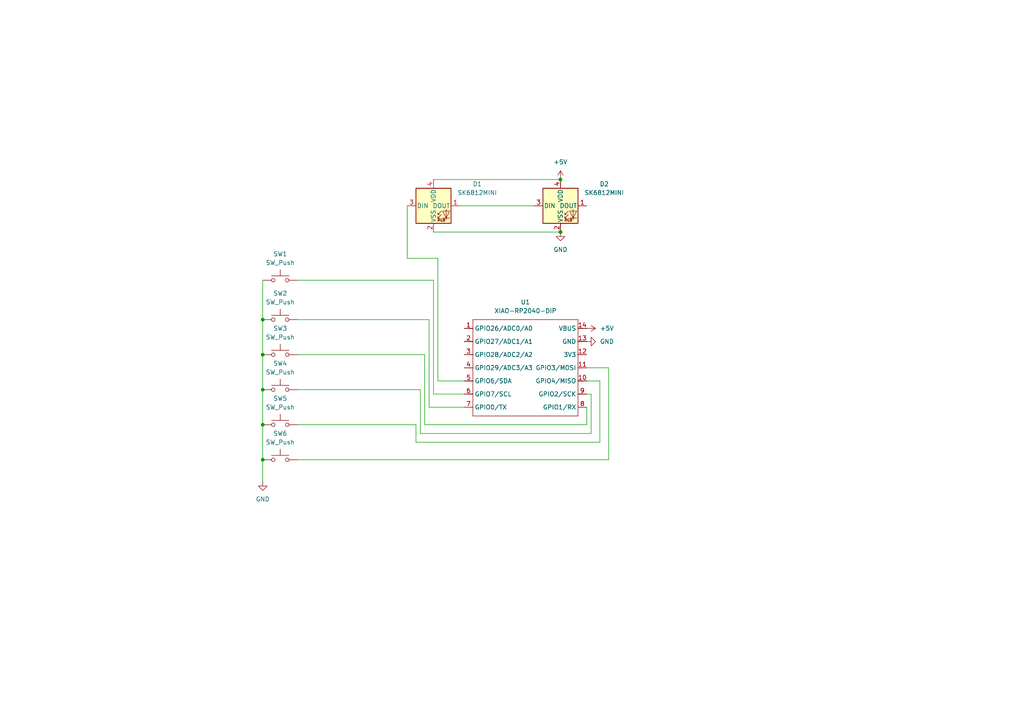
<source format=kicad_sch>
(kicad_sch (version 20231120) (generator "eeschema") (generator_version "8.0")
  (paper "A4")
  (lib_symbols
    (symbol "LED:SK6812MINI" (pin_names (offset 0.254))
      (property "Reference" "D" (at 5.08 5.715 0))
      (property "Value" "SK6812MINI" (at 1.27 -5.715 0))
      (symbol "SK6812MINI_0_0"
        (text "RGB" (at 2.286 -4.191 0) (effects (font (size 0.762 0.762))))
      )
      (symbol "SK6812MINI_0_1"
        (polyline (pts (xy 1.27 -3.556) (xy 1.778 -3.556)))
        (polyline (pts (xy 1.27 -2.54) (xy 1.778 -2.54)))
        (polyline (pts (xy 4.699 -3.556) (xy 2.667 -3.556)))
        (polyline (pts (xy 2.286 -2.54) (xy 1.27 -3.556) (xy 1.27 -3.048)))
        (polyline (pts (xy 2.286 -1.524) (xy 1.27 -2.54) (xy 1.27 -2.032)))
        (polyline (pts (xy 3.683 -1.016) (xy 3.683 -3.556) (xy 3.683 -4.064)))
        (polyline (pts (xy 4.699 -1.524) (xy 2.667 -1.524) (xy 3.683 -3.556) (xy 4.699 -1.524)))
        (rectangle (start 5.08 5.08) (end -5.08 -5.08) (stroke (width 0.254)) (fill (type background)))
      )
      (symbol "SK6812MINI_1_1"
        (pin output line (at 7.62 0 180) (length 2.54) (name "DOUT") (number "1"))
        (pin power_in line (at 0 -7.62 90) (length 2.54) (name "VSS") (number "2"))
        (pin input line (at -7.62 0 0) (length 2.54) (name "DIN") (number "3"))
        (pin power_in line (at 0 7.62 270) (length 2.54) (name "VDD") (number "4"))
      )
    )
    (symbol "OBL:XIAO-RP2040-DIP"
      (property "Reference" "U" (at 0 0 0))
      (property "Value" "XIAO-RP2040-DIP" (at 5.334 -1.778 0))
      (symbol "XIAO-RP2040-DIP_1_0"
        (polyline (pts (xy -1.27 -30.48) (xy -1.27 -16.51)) (stroke (width 0.1524)))
        (polyline (pts (xy -1.27 -27.94) (xy -2.54 -27.94)) (stroke (width 0.1524)))
        (polyline (pts (xy -1.27 -24.13) (xy -2.54 -24.13)) (stroke (width 0.1524)))
        (polyline (pts (xy -1.27 -20.32) (xy -2.54 -20.32)) (stroke (width 0.1524)))
        (polyline (pts (xy -1.27 -16.51) (xy -2.54 -16.51)) (stroke (width 0.1524)))
        (polyline (pts (xy -1.27 -16.51) (xy -1.27 -12.7)) (stroke (width 0.1524)))
        (polyline (pts (xy -1.27 -12.7) (xy -2.54 -12.7)) (stroke (width 0.1524)))
        (polyline (pts (xy -1.27 -12.7) (xy -1.27 -8.89)) (stroke (width 0.1524)))
        (polyline (pts (xy -1.27 -8.89) (xy -2.54 -8.89)) (stroke (width 0.1524)))
        (polyline (pts (xy -1.27 -8.89) (xy -1.27 -5.08)) (stroke (width 0.1524)))
        (polyline (pts (xy -1.27 -5.08) (xy -2.54 -5.08)) (stroke (width 0.1524)))
        (polyline (pts (xy -1.27 -5.08) (xy -1.27 -2.54)) (stroke (width 0.1524)))
        (polyline (pts (xy -1.27 -2.54) (xy 29.21 -2.54)) (stroke (width 0.1524)))
        (polyline (pts (xy 29.21 -30.48) (xy -1.27 -30.48)) (stroke (width 0.1524)))
        (polyline (pts (xy 29.21 -12.7) (xy 29.21 -30.48)) (stroke (width 0.1524)))
        (polyline (pts (xy 29.21 -8.89) (xy 29.21 -12.7)) (stroke (width 0.1524)))
        (polyline (pts (xy 29.21 -5.08) (xy 29.21 -8.89)) (stroke (width 0.1524)))
        (polyline (pts (xy 29.21 -2.54) (xy 29.21 -5.08)) (stroke (width 0.1524)))
        (polyline (pts (xy 30.48 -27.94) (xy 29.21 -27.94)) (stroke (width 0.1524)))
        (polyline (pts (xy 30.48 -24.13) (xy 29.21 -24.13)) (stroke (width 0.1524)))
        (polyline (pts (xy 30.48 -20.32) (xy 29.21 -20.32)) (stroke (width 0.1524)))
        (polyline (pts (xy 30.48 -16.51) (xy 29.21 -16.51)) (stroke (width 0.1524)))
        (polyline (pts (xy 30.48 -12.7) (xy 29.21 -12.7)) (stroke (width 0.1524)))
        (polyline (pts (xy 30.48 -8.89) (xy 29.21 -8.89)) (stroke (width 0.1524)))
        (polyline (pts (xy 30.48 -5.08) (xy 29.21 -5.08)) (stroke (width 0.1524)))
        (pin passive line (at -3.81 -5.08 0) (length 2.54) (name "GPIO26/ADC0/A0") (number "1"))
        (pin passive line (at 31.75 -20.32 180) (length 2.54) (name "GPIO4/MISO") (number "10"))
        (pin passive line (at 31.75 -16.51 180) (length 2.54) (name "GPIO3/MOSI") (number "11"))
        (pin passive line (at 31.75 -12.7 180) (length 2.54) (name "3V3") (number "12"))
        (pin passive line (at 31.75 -8.89 180) (length 2.54) (name "GND") (number "13"))
        (pin passive line (at 31.75 -5.08 180) (length 2.54) (name "VBUS") (number "14"))
        (pin passive line (at -3.81 -8.89 0) (length 2.54) (name "GPIO27/ADC1/A1") (number "2"))
        (pin passive line (at -3.81 -12.7 0) (length 2.54) (name "GPIO28/ADC2/A2") (number "3"))
        (pin passive line (at -3.81 -16.51 0) (length 2.54) (name "GPIO29/ADC3/A3") (number "4"))
        (pin passive line (at -3.81 -20.32 0) (length 2.54) (name "GPIO6/SDA") (number "5"))
        (pin passive line (at -3.81 -24.13 0) (length 2.54) (name "GPIO7/SCL") (number "6"))
        (pin passive line (at -3.81 -27.94 0) (length 2.54) (name "GPIO0/TX") (number "7"))
        (pin passive line (at 31.75 -27.94 180) (length 2.54) (name "GPIO1/RX") (number "8"))
        (pin passive line (at 31.75 -24.13 180) (length 2.54) (name "GPIO2/SCK") (number "9"))
      )
    )
    (symbol "Switch:SW_Push" (pin_numbers hide) (pin_names (offset 1.016) hide)
      (property "Reference" "SW" (at 1.27 2.54 0))
      (property "Value" "SW_Push" (at 0 -1.524 0))
      (symbol "SW_Push_0_1"
        (circle (center -2.032 0) (radius 0.508))
        (polyline (pts (xy 0 1.27) (xy 0 3.048)))
        (polyline (pts (xy 2.54 1.27) (xy -2.54 1.27)))
        (circle (center 2.032 0) (radius 0.508))
        (pin passive line (at -5.08 0 0) (length 2.54) (name "1") (number "1"))
        (pin passive line (at 5.08 0 180) (length 2.54) (name "2") (number "2"))
      )
    )
    (symbol "power:+5V" (power) (pin_numbers hide) (pin_names (offset 0) hide)
      (property "Value" "+5V" (at 0 3.556 0))
      (symbol "+5V_0_1"
        (polyline (pts (xy -0.762 1.27) (xy 0 2.54)))
        (polyline (pts (xy 0 0) (xy 0 2.54)))
        (polyline (pts (xy 0 2.54) (xy 0.762 1.27)))
      )
      (symbol "+5V_1_1"
        (pin power_in line (at 0 0 90) (length 0) (name "~") (number "1"))
      )
    )
    (symbol "power:GND" (power) (pin_numbers hide) (pin_names (offset 0) hide)
      (property "Value" "GND" (at 0 -3.81 0))
      (symbol "GND_0_1"
        (polyline (pts (xy 0 0) (xy 0 -1.27) (xy 1.27 -1.27) (xy 0 -2.54) (xy -1.27 -1.27) (xy 0 -1.27)))
      )
      (symbol "GND_1_1"
        (pin power_in line (at 0 0 270) (length 0) (name "~") (number "1"))
      )
    )
  )
  (junction (at 76.2 123.19))
  (junction (at 76.2 102.87))
  (junction (at 76.2 92.71))
  (junction (at 162.56 67.31))
  (junction (at 162.56 52.07))
  (junction (at 76.2 113.03))
  (junction (at 76.2 133.35))
  (wire (pts (xy 123.19 102.87) (xy 123.19 123.19)))
  (wire (pts (xy 86.36 133.35) (xy 176.53 133.35)))
  (wire (pts (xy 171.45 114.3) (xy 170.18 114.3)))
  (wire (pts (xy 125.73 67.31) (xy 162.56 67.31)))
  (wire (pts (xy 125.73 114.3) (xy 134.62 114.3)))
  (wire (pts (xy 76.2 92.71) (xy 76.2 102.87)))
  (wire (pts (xy 173.99 110.49) (xy 170.18 110.49)))
  (wire (pts (xy 173.99 128.27) (xy 173.99 110.49)))
  (wire (pts (xy 86.36 92.71) (xy 124.46 92.71)))
  (wire (pts (xy 123.19 123.19) (xy 170.18 123.19)))
  (wire (pts (xy 86.36 123.19) (xy 120.65 123.19)))
  (wire (pts (xy 176.53 133.35) (xy 176.53 106.68)))
  (wire (pts (xy 127 110.49) (xy 127 74.93)))
  (wire (pts (xy 170.18 123.19) (xy 170.18 118.11)))
  (wire (pts (xy 134.62 110.49) (xy 127 110.49)))
  (wire (pts (xy 121.92 125.73) (xy 171.45 125.73)))
  (wire (pts (xy 76.2 133.35) (xy 76.2 139.7)))
  (wire (pts (xy 171.45 125.73) (xy 171.45 114.3)))
  (wire (pts (xy 118.11 74.93) (xy 118.11 59.69)))
  (wire (pts (xy 121.92 113.03) (xy 121.92 125.73)))
  (wire (pts (xy 76.2 113.03) (xy 76.2 123.19)))
  (wire (pts (xy 120.65 123.19) (xy 120.65 128.27)))
  (wire (pts (xy 86.36 102.87) (xy 123.19 102.87)))
  (wire (pts (xy 133.35 59.69) (xy 154.94 59.69)))
  (wire (pts (xy 127 74.93) (xy 118.11 74.93)))
  (wire (pts (xy 76.2 102.87) (xy 76.2 113.03)))
  (wire (pts (xy 76.2 123.19) (xy 76.2 133.35)))
  (wire (pts (xy 125.73 52.07) (xy 162.56 52.07)))
  (wire (pts (xy 176.53 106.68) (xy 170.18 106.68)))
  (wire (pts (xy 86.36 113.03) (xy 121.92 113.03)))
  (wire (pts (xy 125.73 81.28) (xy 125.73 114.3)))
  (wire (pts (xy 124.46 92.71) (xy 124.46 118.11)))
  (wire (pts (xy 120.65 128.27) (xy 173.99 128.27)))
  (wire (pts (xy 76.2 81.28) (xy 76.2 92.71)))
  (wire (pts (xy 124.46 118.11) (xy 134.62 118.11)))
  (wire (pts (xy 86.36 81.28) (xy 125.73 81.28)))
  (symbol (lib_id "Switch:SW_Push") (at 81.28 123.19 0) (unit 1)
    (property "Reference" "SW5" (at 81.28 115.57 0))
    (property "Value" "SW_Push" (at 81.28 118.11 0))
    (property "Footprint" "Button_Switch_Keyboard:SW_Cherry_MX_1.00u_PCB" (effects (hide yes)))
    (property "Description" "Push button switch, generic, two pins" (effects (hide yes)))
  )
  (symbol (lib_id "power:+5V") (at 162.56 52.07 0) (unit 1)
    (property "Reference" "#PWR01" (effects (hide yes)))
    (property "Value" "+5V" (at 162.56 46.99 0))
    (property "Description" "Power symbol creates a global label with name \"+5V\"" (effects (hide yes)))
  )
  (symbol (lib_id "Switch:SW_Push") (at 81.28 92.71 0) (unit 1)
    (property "Reference" "SW2" (at 81.28 85.09 0))
    (property "Value" "SW_Push" (at 81.28 87.63 0))
    (property "Footprint" "Button_Switch_Keyboard:SW_Cherry_MX_1.00u_PCB" (effects (hide yes)))
    (property "Description" "Push button switch, generic, two pins" (effects (hide yes)))
  )
  (symbol (lib_id "Switch:SW_Push") (at 81.28 102.87 0) (unit 1)
    (property "Reference" "SW3" (at 81.28 95.25 0))
    (property "Value" "SW_Push" (at 81.28 97.79 0))
    (property "Footprint" "Button_Switch_Keyboard:SW_Cherry_MX_1.00u_PCB" (effects (hide yes)))
    (property "Description" "Push button switch, generic, two pins" (effects (hide yes)))
  )
  (symbol (lib_id "power:GND") (at 170.18 99.06 90) (unit 1)
    (property "Reference" "#PWR02" (effects (hide yes)))
    (property "Value" "GND" (at 173.99 99.0599 90) (effects (justify right)))
    (property "Description" "Power symbol creates a global label with name \"GND\" , ground" (effects (hide yes)))
  )
  (symbol (lib_id "LED:SK6812MINI") (at 162.56 59.69 0) (unit 1)
    (property "Reference" "D2" (at 175.26 53.3714 0))
    (property "Value" "SK6812MINI" (at 175.26 55.9114 0))
    (property "Footprint" "LED_SMD:LED_SK6812MINI_PLCC4_3.5x3.5mm_P1.75mm" (effects (hide yes)))
    (property "Datasheet" "https://cdn-shop.adafruit.com/product-files/2686/SK6812MINI_REV.01-1-2.pdf" (effects (hide yes)))
    (property "Description" "RGB LED with integrated controller" (effects (hide yes)))
  )
  (symbol (lib_id "Switch:SW_Push") (at 81.28 81.28 0) (unit 1)
    (property "Reference" "SW1" (at 81.28 73.66 0))
    (property "Value" "SW_Push" (at 81.28 76.2 0))
    (property "Footprint" "Button_Switch_Keyboard:SW_Cherry_MX_1.00u_PCB" (effects (hide yes)))
    (property "Description" "Push button switch, generic, two pins" (effects (hide yes)))
  )
  (symbol (lib_id "power:GND") (at 76.2 139.7 0) (unit 1)
    (property "Reference" "#PWR05" (effects (hide yes)))
    (property "Value" "GND" (at 76.2 144.78 0))
    (property "Description" "Power symbol creates a global label with name \"GND\" , ground" (effects (hide yes)))
  )
  (symbol (lib_id "Switch:SW_Push") (at 81.28 133.35 0) (unit 1)
    (property "Reference" "SW6" (at 81.28 125.73 0))
    (property "Value" "SW_Push" (at 81.28 128.27 0))
    (property "Footprint" "Button_Switch_Keyboard:SW_Cherry_MX_1.00u_PCB" (effects (hide yes)))
    (property "Description" "Push button switch, generic, two pins" (effects (hide yes)))
  )
  (symbol (lib_id "OBL:XIAO-RP2040-DIP") (at 138.43 90.17 0) (unit 1)
    (property "Reference" "U1" (at 152.4 87.63 0))
    (property "Value" "XIAO-RP2040-DIP" (at 152.4 90.17 0))
    (property "Footprint" "OPL:XIAO-RP2040-DIP" (effects (hide yes)))
  )
  (symbol (lib_id "power:GND") (at 162.56 67.31 0) (unit 1)
    (property "Reference" "#PWR04" (effects (hide yes)))
    (property "Value" "GND" (at 162.56 72.39 0))
    (property "Description" "Power symbol creates a global label with name \"GND\" , ground" (effects (hide yes)))
  )
  (symbol (lib_id "Switch:SW_Push") (at 81.28 113.03 0) (unit 1)
    (property "Reference" "SW4" (at 81.28 105.41 0))
    (property "Value" "SW_Push" (at 81.28 107.95 0))
    (property "Footprint" "Button_Switch_Keyboard:SW_Cherry_MX_1.00u_PCB" (effects (hide yes)))
    (property "Description" "Push button switch, generic, two pins" (effects (hide yes)))
  )
  (symbol (lib_id "LED:SK6812MINI") (at 125.73 59.69 0) (unit 1)
    (property "Reference" "D1" (at 138.43 53.3714 0))
    (property "Value" "SK6812MINI" (at 138.43 55.9114 0))
    (property "Footprint" "LED_SMD:LED_SK6812MINI_PLCC4_3.5x3.5mm_P1.75mm" (effects (hide yes)))
    (property "Datasheet" "https://cdn-shop.adafruit.com/product-files/2686/SK6812MINI_REV.01-1-2.pdf" (effects (hide yes)))
    (property "Description" "RGB LED with integrated controller" (effects (hide yes)))
  )
  (symbol (lib_id "power:+5V") (at 170.18 95.25 270) (unit 1)
    (property "Reference" "#PWR03" (effects (hide yes)))
    (property "Value" "+5V" (at 173.99 95.2499 90) (effects (justify left)))
    (property "Description" "Power symbol creates a global label with name \"+5V\"" (effects (hide yes)))
  )
)
</source>
